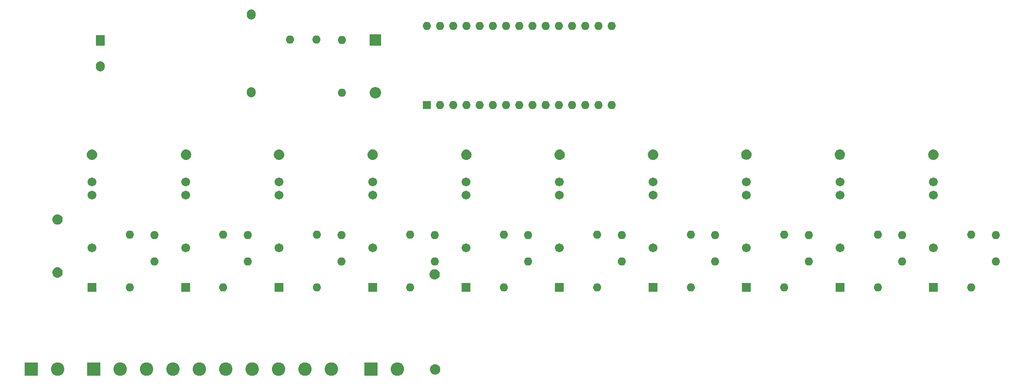
<source format=gbr>
%TF.GenerationSoftware,KiCad,Pcbnew,8.0.7*%
%TF.CreationDate,2025-02-15T17:39:48+06:00*%
%TF.ProjectId,arduino_plc,61726475-696e-46f5-9f70-6c632e6b6963,rev?*%
%TF.SameCoordinates,Original*%
%TF.FileFunction,Soldermask,Bot*%
%TF.FilePolarity,Negative*%
%FSLAX46Y46*%
G04 Gerber Fmt 4.6, Leading zero omitted, Abs format (unit mm)*
G04 Created by KiCad (PCBNEW 8.0.7) date 2025-02-15 17:39:48*
%MOMM*%
%LPD*%
G01*
G04 APERTURE LIST*
G04 Aperture macros list*
%AMRoundRect*
0 Rectangle with rounded corners*
0 $1 Rounding radius*
0 $2 $3 $4 $5 $6 $7 $8 $9 X,Y pos of 4 corners*
0 Add a 4 corners polygon primitive as box body*
4,1,4,$2,$3,$4,$5,$6,$7,$8,$9,$2,$3,0*
0 Add four circle primitives for the rounded corners*
1,1,$1+$1,$2,$3*
1,1,$1+$1,$4,$5*
1,1,$1+$1,$6,$7*
1,1,$1+$1,$8,$9*
0 Add four rect primitives between the rounded corners*
20,1,$1+$1,$2,$3,$4,$5,0*
20,1,$1+$1,$4,$5,$6,$7,0*
20,1,$1+$1,$6,$7,$8,$9,0*
20,1,$1+$1,$8,$9,$2,$3,0*%
G04 Aperture macros list end*
%ADD10R,1.600000X1.600000*%
%ADD11O,1.600000X1.600000*%
%ADD12RoundRect,0.102000X-0.754000X0.754000X-0.754000X-0.754000X0.754000X-0.754000X0.754000X0.754000X0*%
%ADD13C,1.712000*%
%ADD14R,1.700000X2.000000*%
%ADD15O,1.700000X2.000000*%
%ADD16R,2.600000X2.600000*%
%ADD17C,2.600000*%
%ADD18R,2.200000X2.200000*%
%ADD19O,2.200000X2.200000*%
G04 APERTURE END LIST*
D10*
%TO.C,A1*%
X144152500Y-63842500D03*
D11*
X146692500Y-63842500D03*
X149232500Y-63842500D03*
X151772500Y-63842500D03*
X154312500Y-63842500D03*
X156852500Y-63842500D03*
X159392500Y-63842500D03*
X161932500Y-63842500D03*
X164472500Y-63842500D03*
X167012500Y-63842500D03*
X169552500Y-63842500D03*
X172092500Y-63842500D03*
X174632500Y-63842500D03*
X177172500Y-63842500D03*
X179712500Y-63842500D03*
X179712500Y-48602500D03*
X177172500Y-48602500D03*
X174632500Y-48602500D03*
X172092500Y-48602500D03*
X169552500Y-48602500D03*
X167012500Y-48602500D03*
X164472500Y-48602500D03*
X161932500Y-48602500D03*
X159392500Y-48602500D03*
X156852500Y-48602500D03*
X154312500Y-48602500D03*
X151772500Y-48602500D03*
X149232500Y-48602500D03*
X146692500Y-48602500D03*
X144152500Y-48602500D03*
%TD*%
D12*
%TO.C,K5*%
X151699164Y-98940000D03*
D13*
X151699164Y-91320000D03*
X151699164Y-81160000D03*
X151699164Y-78620000D03*
%TD*%
D12*
%TO.C,K6*%
X169685830Y-98940000D03*
D13*
X169685830Y-91320000D03*
X169685830Y-81160000D03*
X169685830Y-78620000D03*
%TD*%
D14*
%TO.C,PS1*%
X81345000Y-51372500D03*
D15*
X81345000Y-56372500D03*
X110425000Y-46372500D03*
X110425000Y-61372500D03*
%TD*%
D11*
%TO.C,U9*%
X217636662Y-93950000D03*
X217636662Y-88870000D03*
%TD*%
D12*
%TO.C,K8*%
X205659162Y-98940000D03*
D13*
X205659162Y-91320000D03*
X205659162Y-81160000D03*
X205659162Y-78620000D03*
%TD*%
D12*
%TO.C,K10*%
X241632500Y-98940000D03*
D13*
X241632500Y-91320000D03*
X241632500Y-81160000D03*
X241632500Y-78620000D03*
%TD*%
D11*
%TO.C,R7*%
X176953329Y-98920000D03*
X176953329Y-88760000D03*
%TD*%
%TO.C,U4*%
X127703332Y-93950000D03*
X127703332Y-88870000D03*
%TD*%
D12*
%TO.C,K9*%
X223645828Y-98940000D03*
D13*
X223645828Y-91320000D03*
X223645828Y-81160000D03*
X223645828Y-78620000D03*
%TD*%
D11*
%TO.C,U11*%
X253610000Y-93950000D03*
X253610000Y-88870000D03*
%TD*%
D16*
%TO.C,REF\u002A\u002A*%
X133432500Y-114710000D03*
D17*
X138512500Y-114710000D03*
%TD*%
D11*
%TO.C,R2*%
X87020000Y-98920000D03*
X87020000Y-88760000D03*
%TD*%
%TO.C,U3*%
X109716666Y-93950000D03*
X109716666Y-88870000D03*
%TD*%
%TO.C,U1*%
X117852500Y-51190000D03*
X122932500Y-51190000D03*
%TD*%
D12*
%TO.C,K2*%
X97739166Y-98940000D03*
D13*
X97739166Y-91320000D03*
X97739166Y-81160000D03*
X97739166Y-78620000D03*
%TD*%
D12*
%TO.C,K3*%
X115725832Y-98940000D03*
D13*
X115725832Y-91320000D03*
X115725832Y-81160000D03*
X115725832Y-78620000D03*
%TD*%
D11*
%TO.C,R9*%
X212926661Y-98920000D03*
X212926661Y-88760000D03*
%TD*%
%TO.C,U2*%
X91730000Y-93950000D03*
X91730000Y-88870000D03*
%TD*%
%TO.C,R4*%
X122993331Y-98920000D03*
X122993331Y-88760000D03*
%TD*%
D16*
%TO.C,REF\u002A\u002A*%
X80072500Y-114710000D03*
D17*
X85152500Y-114710000D03*
X90232500Y-114710000D03*
X95312500Y-114710000D03*
X100392500Y-114710000D03*
X105472500Y-114710000D03*
X110552500Y-114710000D03*
X115632500Y-114710000D03*
X120712500Y-114710000D03*
X125792500Y-114710000D03*
%TD*%
D11*
%TO.C,R1*%
X127832500Y-61425000D03*
X127832500Y-51265000D03*
%TD*%
D12*
%TO.C,K4*%
X133712498Y-98940000D03*
D13*
X133712498Y-91320000D03*
X133712498Y-81160000D03*
X133712498Y-78620000D03*
%TD*%
D11*
%TO.C,R8*%
X194939995Y-98920000D03*
X194939995Y-88760000D03*
%TD*%
D12*
%TO.C,K1*%
X79752500Y-98940000D03*
D13*
X79752500Y-91320000D03*
X79752500Y-81160000D03*
X79752500Y-78620000D03*
%TD*%
D11*
%TO.C,U7*%
X181663330Y-93950000D03*
X181663330Y-88870000D03*
%TD*%
%TO.C,R5*%
X140979997Y-98920000D03*
X140979997Y-88760000D03*
%TD*%
D12*
%TO.C,K7*%
X187672496Y-98940000D03*
D13*
X187672496Y-91320000D03*
X187672496Y-81160000D03*
X187672496Y-78620000D03*
%TD*%
D11*
%TO.C,U8*%
X199649996Y-93950000D03*
X199649996Y-88870000D03*
%TD*%
D16*
%TO.C,REF\u002A\u002A*%
X68032500Y-114710000D03*
D17*
X73112500Y-114710000D03*
%TD*%
D11*
%TO.C,U6*%
X163676664Y-93950000D03*
X163676664Y-88870000D03*
%TD*%
D18*
%TO.C,D1*%
X134272500Y-51310000D03*
D19*
X134272500Y-61470000D03*
%TD*%
D11*
%TO.C,R11*%
X248899999Y-98920000D03*
X248899999Y-88760000D03*
%TD*%
%TO.C,U5*%
X145689998Y-93950000D03*
X145689998Y-88870000D03*
%TD*%
%TO.C,R6*%
X158966663Y-98920000D03*
X158966663Y-88760000D03*
%TD*%
%TO.C,R3*%
X105006665Y-98920000D03*
X105006665Y-88760000D03*
%TD*%
%TO.C,R10*%
X230913327Y-98920000D03*
X230913327Y-88760000D03*
%TD*%
%TO.C,U10*%
X235623328Y-93950000D03*
X235623328Y-88870000D03*
%TD*%
G36*
X73285434Y-84888017D02*
G01*
X73309275Y-84892759D01*
X73473498Y-84942575D01*
X73495956Y-84951878D01*
X73647298Y-85032772D01*
X73667510Y-85046277D01*
X73800166Y-85155145D01*
X73817354Y-85172333D01*
X73926222Y-85304989D01*
X73939727Y-85325201D01*
X74020621Y-85476543D01*
X74029924Y-85499001D01*
X74079740Y-85663224D01*
X74084482Y-85687065D01*
X74101302Y-85857846D01*
X74101302Y-85882154D01*
X74084482Y-86052934D01*
X74079740Y-86076775D01*
X74029924Y-86240998D01*
X74020621Y-86263456D01*
X73939727Y-86414798D01*
X73926222Y-86435010D01*
X73817354Y-86567666D01*
X73800166Y-86584854D01*
X73667510Y-86693722D01*
X73647298Y-86707227D01*
X73495956Y-86788121D01*
X73473498Y-86797424D01*
X73309275Y-86847240D01*
X73285434Y-86851982D01*
X73114654Y-86868802D01*
X73090346Y-86868802D01*
X72919565Y-86851982D01*
X72895724Y-86847240D01*
X72731501Y-86797424D01*
X72709043Y-86788121D01*
X72557701Y-86707227D01*
X72537489Y-86693722D01*
X72404833Y-86584854D01*
X72387645Y-86567666D01*
X72278777Y-86435010D01*
X72265272Y-86414798D01*
X72184378Y-86263456D01*
X72175075Y-86240998D01*
X72125259Y-86076775D01*
X72120517Y-86052934D01*
X72103697Y-85882154D01*
X72103697Y-85857846D01*
X72120517Y-85687065D01*
X72125259Y-85663224D01*
X72175075Y-85499001D01*
X72184378Y-85476543D01*
X72265272Y-85325201D01*
X72278777Y-85304989D01*
X72387645Y-85172333D01*
X72404833Y-85155145D01*
X72537489Y-85046277D01*
X72557701Y-85032772D01*
X72709043Y-84951878D01*
X72731501Y-84942575D01*
X72895724Y-84892759D01*
X72919565Y-84888017D01*
X73090346Y-84871197D01*
X73114654Y-84871197D01*
X73285434Y-84888017D01*
G37*
G36*
X98025434Y-72388017D02*
G01*
X98049275Y-72392759D01*
X98213498Y-72442575D01*
X98235956Y-72451878D01*
X98387298Y-72532772D01*
X98407510Y-72546277D01*
X98540166Y-72655145D01*
X98557354Y-72672333D01*
X98666222Y-72804989D01*
X98679727Y-72825201D01*
X98760621Y-72976543D01*
X98769924Y-72999001D01*
X98819740Y-73163224D01*
X98824482Y-73187065D01*
X98841302Y-73357846D01*
X98841302Y-73382154D01*
X98824482Y-73552934D01*
X98819740Y-73576775D01*
X98769924Y-73740998D01*
X98760621Y-73763456D01*
X98679727Y-73914798D01*
X98666222Y-73935010D01*
X98557354Y-74067666D01*
X98540166Y-74084854D01*
X98407510Y-74193722D01*
X98387298Y-74207227D01*
X98235956Y-74288121D01*
X98213498Y-74297424D01*
X98049275Y-74347240D01*
X98025434Y-74351982D01*
X97854654Y-74368802D01*
X97830346Y-74368802D01*
X97659565Y-74351982D01*
X97635724Y-74347240D01*
X97471501Y-74297424D01*
X97449043Y-74288121D01*
X97297701Y-74207227D01*
X97277489Y-74193722D01*
X97144833Y-74084854D01*
X97127645Y-74067666D01*
X97018777Y-73935010D01*
X97005272Y-73914798D01*
X96924378Y-73763456D01*
X96915075Y-73740998D01*
X96865259Y-73576775D01*
X96860517Y-73552934D01*
X96843697Y-73382154D01*
X96843697Y-73357846D01*
X96860517Y-73187065D01*
X96865259Y-73163224D01*
X96915075Y-72999001D01*
X96924378Y-72976543D01*
X97005272Y-72825201D01*
X97018777Y-72804989D01*
X97127645Y-72672333D01*
X97144833Y-72655145D01*
X97277489Y-72546277D01*
X97297701Y-72532772D01*
X97449043Y-72451878D01*
X97471501Y-72442575D01*
X97635724Y-72392759D01*
X97659565Y-72388017D01*
X97830346Y-72371197D01*
X97854654Y-72371197D01*
X98025434Y-72388017D01*
G37*
G36*
X115905434Y-72388017D02*
G01*
X115929275Y-72392759D01*
X116093498Y-72442575D01*
X116115956Y-72451878D01*
X116267298Y-72532772D01*
X116287510Y-72546277D01*
X116420166Y-72655145D01*
X116437354Y-72672333D01*
X116546222Y-72804989D01*
X116559727Y-72825201D01*
X116640621Y-72976543D01*
X116649924Y-72999001D01*
X116699740Y-73163224D01*
X116704482Y-73187065D01*
X116721302Y-73357846D01*
X116721302Y-73382154D01*
X116704482Y-73552934D01*
X116699740Y-73576775D01*
X116649924Y-73740998D01*
X116640621Y-73763456D01*
X116559727Y-73914798D01*
X116546222Y-73935010D01*
X116437354Y-74067666D01*
X116420166Y-74084854D01*
X116287510Y-74193722D01*
X116267298Y-74207227D01*
X116115956Y-74288121D01*
X116093498Y-74297424D01*
X115929275Y-74347240D01*
X115905434Y-74351982D01*
X115734654Y-74368802D01*
X115710346Y-74368802D01*
X115539565Y-74351982D01*
X115515724Y-74347240D01*
X115351501Y-74297424D01*
X115329043Y-74288121D01*
X115177701Y-74207227D01*
X115157489Y-74193722D01*
X115024833Y-74084854D01*
X115007645Y-74067666D01*
X114898777Y-73935010D01*
X114885272Y-73914798D01*
X114804378Y-73763456D01*
X114795075Y-73740998D01*
X114745259Y-73576775D01*
X114740517Y-73552934D01*
X114723697Y-73382154D01*
X114723697Y-73357846D01*
X114740517Y-73187065D01*
X114745259Y-73163224D01*
X114795075Y-72999001D01*
X114804378Y-72976543D01*
X114885272Y-72825201D01*
X114898777Y-72804989D01*
X115007645Y-72672333D01*
X115024833Y-72655145D01*
X115157489Y-72546277D01*
X115177701Y-72532772D01*
X115329043Y-72451878D01*
X115351501Y-72442575D01*
X115515724Y-72392759D01*
X115539565Y-72388017D01*
X115710346Y-72371197D01*
X115734654Y-72371197D01*
X115905434Y-72388017D01*
G37*
G36*
X133925434Y-72388017D02*
G01*
X133949275Y-72392759D01*
X134113498Y-72442575D01*
X134135956Y-72451878D01*
X134287298Y-72532772D01*
X134307510Y-72546277D01*
X134440166Y-72655145D01*
X134457354Y-72672333D01*
X134566222Y-72804989D01*
X134579727Y-72825201D01*
X134660621Y-72976543D01*
X134669924Y-72999001D01*
X134719740Y-73163224D01*
X134724482Y-73187065D01*
X134741302Y-73357846D01*
X134741302Y-73382154D01*
X134724482Y-73552934D01*
X134719740Y-73576775D01*
X134669924Y-73740998D01*
X134660621Y-73763456D01*
X134579727Y-73914798D01*
X134566222Y-73935010D01*
X134457354Y-74067666D01*
X134440166Y-74084854D01*
X134307510Y-74193722D01*
X134287298Y-74207227D01*
X134135956Y-74288121D01*
X134113498Y-74297424D01*
X133949275Y-74347240D01*
X133925434Y-74351982D01*
X133754654Y-74368802D01*
X133730346Y-74368802D01*
X133559565Y-74351982D01*
X133535724Y-74347240D01*
X133371501Y-74297424D01*
X133349043Y-74288121D01*
X133197701Y-74207227D01*
X133177489Y-74193722D01*
X133044833Y-74084854D01*
X133027645Y-74067666D01*
X132918777Y-73935010D01*
X132905272Y-73914798D01*
X132824378Y-73763456D01*
X132815075Y-73740998D01*
X132765259Y-73576775D01*
X132760517Y-73552934D01*
X132743697Y-73382154D01*
X132743697Y-73357846D01*
X132760517Y-73187065D01*
X132765259Y-73163224D01*
X132815075Y-72999001D01*
X132824378Y-72976543D01*
X132905272Y-72825201D01*
X132918777Y-72804989D01*
X133027645Y-72672333D01*
X133044833Y-72655145D01*
X133177489Y-72546277D01*
X133197701Y-72532772D01*
X133349043Y-72451878D01*
X133371501Y-72442575D01*
X133535724Y-72392759D01*
X133559565Y-72388017D01*
X133730346Y-72371197D01*
X133754654Y-72371197D01*
X133925434Y-72388017D01*
G37*
G36*
X151945434Y-72388017D02*
G01*
X151969275Y-72392759D01*
X152133498Y-72442575D01*
X152155956Y-72451878D01*
X152307298Y-72532772D01*
X152327510Y-72546277D01*
X152460166Y-72655145D01*
X152477354Y-72672333D01*
X152586222Y-72804989D01*
X152599727Y-72825201D01*
X152680621Y-72976543D01*
X152689924Y-72999001D01*
X152739740Y-73163224D01*
X152744482Y-73187065D01*
X152761302Y-73357846D01*
X152761302Y-73382154D01*
X152744482Y-73552934D01*
X152739740Y-73576775D01*
X152689924Y-73740998D01*
X152680621Y-73763456D01*
X152599727Y-73914798D01*
X152586222Y-73935010D01*
X152477354Y-74067666D01*
X152460166Y-74084854D01*
X152327510Y-74193722D01*
X152307298Y-74207227D01*
X152155956Y-74288121D01*
X152133498Y-74297424D01*
X151969275Y-74347240D01*
X151945434Y-74351982D01*
X151774654Y-74368802D01*
X151750346Y-74368802D01*
X151579565Y-74351982D01*
X151555724Y-74347240D01*
X151391501Y-74297424D01*
X151369043Y-74288121D01*
X151217701Y-74207227D01*
X151197489Y-74193722D01*
X151064833Y-74084854D01*
X151047645Y-74067666D01*
X150938777Y-73935010D01*
X150925272Y-73914798D01*
X150844378Y-73763456D01*
X150835075Y-73740998D01*
X150785259Y-73576775D01*
X150780517Y-73552934D01*
X150763697Y-73382154D01*
X150763697Y-73357846D01*
X150780517Y-73187065D01*
X150785259Y-73163224D01*
X150835075Y-72999001D01*
X150844378Y-72976543D01*
X150925272Y-72825201D01*
X150938777Y-72804989D01*
X151047645Y-72672333D01*
X151064833Y-72655145D01*
X151197489Y-72546277D01*
X151217701Y-72532772D01*
X151369043Y-72451878D01*
X151391501Y-72442575D01*
X151555724Y-72392759D01*
X151579565Y-72388017D01*
X151750346Y-72371197D01*
X151774654Y-72371197D01*
X151945434Y-72388017D01*
G37*
G36*
X223805434Y-72378017D02*
G01*
X223829275Y-72382759D01*
X223993498Y-72432575D01*
X224015956Y-72441878D01*
X224167298Y-72522772D01*
X224187510Y-72536277D01*
X224320166Y-72645145D01*
X224337354Y-72662333D01*
X224446222Y-72794989D01*
X224459727Y-72815201D01*
X224540621Y-72966543D01*
X224549924Y-72989001D01*
X224599740Y-73153224D01*
X224604482Y-73177065D01*
X224621302Y-73347846D01*
X224621302Y-73372154D01*
X224604482Y-73542934D01*
X224599740Y-73566775D01*
X224549924Y-73730998D01*
X224540621Y-73753456D01*
X224459727Y-73904798D01*
X224446222Y-73925010D01*
X224337354Y-74057666D01*
X224320166Y-74074854D01*
X224187510Y-74183722D01*
X224167298Y-74197227D01*
X224015956Y-74278121D01*
X223993498Y-74287424D01*
X223829275Y-74337240D01*
X223805434Y-74341982D01*
X223634654Y-74358802D01*
X223610346Y-74358802D01*
X223439565Y-74341982D01*
X223415724Y-74337240D01*
X223251501Y-74287424D01*
X223229043Y-74278121D01*
X223077701Y-74197227D01*
X223057489Y-74183722D01*
X222924833Y-74074854D01*
X222907645Y-74057666D01*
X222798777Y-73925010D01*
X222785272Y-73904798D01*
X222704378Y-73753456D01*
X222695075Y-73730998D01*
X222645259Y-73566775D01*
X222640517Y-73542934D01*
X222623697Y-73372154D01*
X222623697Y-73347846D01*
X222640517Y-73177065D01*
X222645259Y-73153224D01*
X222695075Y-72989001D01*
X222704378Y-72966543D01*
X222785272Y-72815201D01*
X222798777Y-72794989D01*
X222907645Y-72662333D01*
X222924833Y-72645145D01*
X223057489Y-72536277D01*
X223077701Y-72522772D01*
X223229043Y-72441878D01*
X223251501Y-72432575D01*
X223415724Y-72382759D01*
X223439565Y-72378017D01*
X223610346Y-72361197D01*
X223634654Y-72361197D01*
X223805434Y-72378017D01*
G37*
G36*
X145845434Y-95448017D02*
G01*
X145869275Y-95452759D01*
X146033498Y-95502575D01*
X146055956Y-95511878D01*
X146207298Y-95592772D01*
X146227510Y-95606277D01*
X146360166Y-95715145D01*
X146377354Y-95732333D01*
X146486222Y-95864989D01*
X146499727Y-95885201D01*
X146580621Y-96036543D01*
X146589924Y-96059001D01*
X146639740Y-96223224D01*
X146644482Y-96247065D01*
X146661302Y-96417846D01*
X146661302Y-96442154D01*
X146644482Y-96612934D01*
X146639740Y-96636775D01*
X146589924Y-96800998D01*
X146580621Y-96823456D01*
X146499727Y-96974798D01*
X146486222Y-96995010D01*
X146377354Y-97127666D01*
X146360166Y-97144854D01*
X146227510Y-97253722D01*
X146207298Y-97267227D01*
X146055956Y-97348121D01*
X146033498Y-97357424D01*
X145869275Y-97407240D01*
X145845434Y-97411982D01*
X145674654Y-97428802D01*
X145650346Y-97428802D01*
X145479565Y-97411982D01*
X145455724Y-97407240D01*
X145291501Y-97357424D01*
X145269043Y-97348121D01*
X145117701Y-97267227D01*
X145097489Y-97253722D01*
X144964833Y-97144854D01*
X144947645Y-97127666D01*
X144838777Y-96995010D01*
X144825272Y-96974798D01*
X144744378Y-96823456D01*
X144735075Y-96800998D01*
X144685259Y-96636775D01*
X144680517Y-96612934D01*
X144663697Y-96442154D01*
X144663697Y-96417846D01*
X144680517Y-96247065D01*
X144685259Y-96223224D01*
X144735075Y-96059001D01*
X144744378Y-96036543D01*
X144825272Y-95885201D01*
X144838777Y-95864989D01*
X144947645Y-95732333D01*
X144964833Y-95715145D01*
X145097489Y-95606277D01*
X145117701Y-95592772D01*
X145269043Y-95511878D01*
X145291501Y-95502575D01*
X145455724Y-95452759D01*
X145479565Y-95448017D01*
X145650346Y-95431197D01*
X145674654Y-95431197D01*
X145845434Y-95448017D01*
G37*
G36*
X187875434Y-72388017D02*
G01*
X187899275Y-72392759D01*
X188063498Y-72442575D01*
X188085956Y-72451878D01*
X188237298Y-72532772D01*
X188257510Y-72546277D01*
X188390166Y-72655145D01*
X188407354Y-72672333D01*
X188516222Y-72804989D01*
X188529727Y-72825201D01*
X188610621Y-72976543D01*
X188619924Y-72999001D01*
X188669740Y-73163224D01*
X188674482Y-73187065D01*
X188691302Y-73357846D01*
X188691302Y-73382154D01*
X188674482Y-73552934D01*
X188669740Y-73576775D01*
X188619924Y-73740998D01*
X188610621Y-73763456D01*
X188529727Y-73914798D01*
X188516222Y-73935010D01*
X188407354Y-74067666D01*
X188390166Y-74084854D01*
X188257510Y-74193722D01*
X188237298Y-74207227D01*
X188085956Y-74288121D01*
X188063498Y-74297424D01*
X187899275Y-74347240D01*
X187875434Y-74351982D01*
X187704654Y-74368802D01*
X187680346Y-74368802D01*
X187509565Y-74351982D01*
X187485724Y-74347240D01*
X187321501Y-74297424D01*
X187299043Y-74288121D01*
X187147701Y-74207227D01*
X187127489Y-74193722D01*
X186994833Y-74084854D01*
X186977645Y-74067666D01*
X186868777Y-73935010D01*
X186855272Y-73914798D01*
X186774378Y-73763456D01*
X186765075Y-73740998D01*
X186715259Y-73576775D01*
X186710517Y-73552934D01*
X186693697Y-73382154D01*
X186693697Y-73357846D01*
X186710517Y-73187065D01*
X186715259Y-73163224D01*
X186765075Y-72999001D01*
X186774378Y-72976543D01*
X186855272Y-72825201D01*
X186868777Y-72804989D01*
X186977645Y-72672333D01*
X186994833Y-72655145D01*
X187127489Y-72546277D01*
X187147701Y-72532772D01*
X187299043Y-72451878D01*
X187321501Y-72442575D01*
X187485724Y-72392759D01*
X187509565Y-72388017D01*
X187680346Y-72371197D01*
X187704654Y-72371197D01*
X187875434Y-72388017D01*
G37*
G36*
X145945434Y-113768017D02*
G01*
X145969275Y-113772759D01*
X146133498Y-113822575D01*
X146155956Y-113831878D01*
X146307298Y-113912772D01*
X146327510Y-113926277D01*
X146460166Y-114035145D01*
X146477354Y-114052333D01*
X146586222Y-114184989D01*
X146599727Y-114205201D01*
X146680621Y-114356543D01*
X146689924Y-114379001D01*
X146739740Y-114543224D01*
X146744482Y-114567065D01*
X146761302Y-114737846D01*
X146761302Y-114762154D01*
X146744482Y-114932934D01*
X146739740Y-114956775D01*
X146689924Y-115120998D01*
X146680621Y-115143456D01*
X146599727Y-115294798D01*
X146586222Y-115315010D01*
X146477354Y-115447666D01*
X146460166Y-115464854D01*
X146327510Y-115573722D01*
X146307298Y-115587227D01*
X146155956Y-115668121D01*
X146133498Y-115677424D01*
X145969275Y-115727240D01*
X145945434Y-115731982D01*
X145774654Y-115748802D01*
X145750346Y-115748802D01*
X145579565Y-115731982D01*
X145555724Y-115727240D01*
X145391501Y-115677424D01*
X145369043Y-115668121D01*
X145217701Y-115587227D01*
X145197489Y-115573722D01*
X145064833Y-115464854D01*
X145047645Y-115447666D01*
X144938777Y-115315010D01*
X144925272Y-115294798D01*
X144844378Y-115143456D01*
X144835075Y-115120998D01*
X144785259Y-114956775D01*
X144780517Y-114932934D01*
X144763697Y-114762154D01*
X144763697Y-114737846D01*
X144780517Y-114567065D01*
X144785259Y-114543224D01*
X144835075Y-114379001D01*
X144844378Y-114356543D01*
X144925272Y-114205201D01*
X144938777Y-114184989D01*
X145047645Y-114052333D01*
X145064833Y-114035145D01*
X145197489Y-113926277D01*
X145217701Y-113912772D01*
X145369043Y-113831878D01*
X145391501Y-113822575D01*
X145555724Y-113772759D01*
X145579565Y-113768017D01*
X145750346Y-113751197D01*
X145774654Y-113751197D01*
X145945434Y-113768017D01*
G37*
G36*
X79917934Y-72388017D02*
G01*
X79941775Y-72392759D01*
X80105998Y-72442575D01*
X80128456Y-72451878D01*
X80279798Y-72532772D01*
X80300010Y-72546277D01*
X80432666Y-72655145D01*
X80449854Y-72672333D01*
X80558722Y-72804989D01*
X80572227Y-72825201D01*
X80653121Y-72976543D01*
X80662424Y-72999001D01*
X80712240Y-73163224D01*
X80716982Y-73187065D01*
X80733802Y-73357846D01*
X80733802Y-73382154D01*
X80716982Y-73552934D01*
X80712240Y-73576775D01*
X80662424Y-73740998D01*
X80653121Y-73763456D01*
X80572227Y-73914798D01*
X80558722Y-73935010D01*
X80449854Y-74067666D01*
X80432666Y-74084854D01*
X80300010Y-74193722D01*
X80279798Y-74207227D01*
X80128456Y-74288121D01*
X80105998Y-74297424D01*
X79941775Y-74347240D01*
X79917934Y-74351982D01*
X79747154Y-74368802D01*
X79722846Y-74368802D01*
X79552065Y-74351982D01*
X79528224Y-74347240D01*
X79364001Y-74297424D01*
X79341543Y-74288121D01*
X79190201Y-74207227D01*
X79169989Y-74193722D01*
X79037333Y-74084854D01*
X79020145Y-74067666D01*
X78911277Y-73935010D01*
X78897772Y-73914798D01*
X78816878Y-73763456D01*
X78807575Y-73740998D01*
X78757759Y-73576775D01*
X78753017Y-73552934D01*
X78736197Y-73382154D01*
X78736197Y-73357846D01*
X78753017Y-73187065D01*
X78757759Y-73163224D01*
X78807575Y-72999001D01*
X78816878Y-72976543D01*
X78897772Y-72825201D01*
X78911277Y-72804989D01*
X79020145Y-72672333D01*
X79037333Y-72655145D01*
X79169989Y-72546277D01*
X79190201Y-72532772D01*
X79341543Y-72451878D01*
X79364001Y-72442575D01*
X79528224Y-72392759D01*
X79552065Y-72388017D01*
X79722846Y-72371197D01*
X79747154Y-72371197D01*
X79917934Y-72388017D01*
G37*
G36*
X205835434Y-72378017D02*
G01*
X205859275Y-72382759D01*
X206023498Y-72432575D01*
X206045956Y-72441878D01*
X206197298Y-72522772D01*
X206217510Y-72536277D01*
X206350166Y-72645145D01*
X206367354Y-72662333D01*
X206476222Y-72794989D01*
X206489727Y-72815201D01*
X206570621Y-72966543D01*
X206579924Y-72989001D01*
X206629740Y-73153224D01*
X206634482Y-73177065D01*
X206651302Y-73347846D01*
X206651302Y-73372154D01*
X206634482Y-73542934D01*
X206629740Y-73566775D01*
X206579924Y-73730998D01*
X206570621Y-73753456D01*
X206489727Y-73904798D01*
X206476222Y-73925010D01*
X206367354Y-74057666D01*
X206350166Y-74074854D01*
X206217510Y-74183722D01*
X206197298Y-74197227D01*
X206045956Y-74278121D01*
X206023498Y-74287424D01*
X205859275Y-74337240D01*
X205835434Y-74341982D01*
X205664654Y-74358802D01*
X205640346Y-74358802D01*
X205469565Y-74341982D01*
X205445724Y-74337240D01*
X205281501Y-74287424D01*
X205259043Y-74278121D01*
X205107701Y-74197227D01*
X205087489Y-74183722D01*
X204954833Y-74074854D01*
X204937645Y-74057666D01*
X204828777Y-73925010D01*
X204815272Y-73904798D01*
X204734378Y-73753456D01*
X204725075Y-73730998D01*
X204675259Y-73566775D01*
X204670517Y-73542934D01*
X204653697Y-73372154D01*
X204653697Y-73347846D01*
X204670517Y-73177065D01*
X204675259Y-73153224D01*
X204725075Y-72989001D01*
X204734378Y-72966543D01*
X204815272Y-72815201D01*
X204828777Y-72794989D01*
X204937645Y-72662333D01*
X204954833Y-72645145D01*
X205087489Y-72536277D01*
X205107701Y-72522772D01*
X205259043Y-72441878D01*
X205281501Y-72432575D01*
X205445724Y-72382759D01*
X205469565Y-72378017D01*
X205640346Y-72361197D01*
X205664654Y-72361197D01*
X205835434Y-72378017D01*
G37*
G36*
X241805434Y-72388017D02*
G01*
X241829275Y-72392759D01*
X241993498Y-72442575D01*
X242015956Y-72451878D01*
X242167298Y-72532772D01*
X242187510Y-72546277D01*
X242320166Y-72655145D01*
X242337354Y-72672333D01*
X242446222Y-72804989D01*
X242459727Y-72825201D01*
X242540621Y-72976543D01*
X242549924Y-72999001D01*
X242599740Y-73163224D01*
X242604482Y-73187065D01*
X242621302Y-73357846D01*
X242621302Y-73382154D01*
X242604482Y-73552934D01*
X242599740Y-73576775D01*
X242549924Y-73740998D01*
X242540621Y-73763456D01*
X242459727Y-73914798D01*
X242446222Y-73935010D01*
X242337354Y-74067666D01*
X242320166Y-74084854D01*
X242187510Y-74193722D01*
X242167298Y-74207227D01*
X242015956Y-74288121D01*
X241993498Y-74297424D01*
X241829275Y-74347240D01*
X241805434Y-74351982D01*
X241634654Y-74368802D01*
X241610346Y-74368802D01*
X241439565Y-74351982D01*
X241415724Y-74347240D01*
X241251501Y-74297424D01*
X241229043Y-74288121D01*
X241077701Y-74207227D01*
X241057489Y-74193722D01*
X240924833Y-74084854D01*
X240907645Y-74067666D01*
X240798777Y-73935010D01*
X240785272Y-73914798D01*
X240704378Y-73763456D01*
X240695075Y-73740998D01*
X240645259Y-73576775D01*
X240640517Y-73552934D01*
X240623697Y-73382154D01*
X240623697Y-73357846D01*
X240640517Y-73187065D01*
X240645259Y-73163224D01*
X240695075Y-72999001D01*
X240704378Y-72976543D01*
X240785272Y-72825201D01*
X240798777Y-72804989D01*
X240907645Y-72672333D01*
X240924833Y-72655145D01*
X241057489Y-72546277D01*
X241077701Y-72532772D01*
X241229043Y-72451878D01*
X241251501Y-72442575D01*
X241415724Y-72392759D01*
X241439565Y-72388017D01*
X241610346Y-72371197D01*
X241634654Y-72371197D01*
X241805434Y-72388017D01*
G37*
G36*
X73285434Y-95078017D02*
G01*
X73309275Y-95082759D01*
X73473498Y-95132575D01*
X73495956Y-95141878D01*
X73647298Y-95222772D01*
X73667510Y-95236277D01*
X73800166Y-95345145D01*
X73817354Y-95362333D01*
X73926222Y-95494989D01*
X73939727Y-95515201D01*
X74020621Y-95666543D01*
X74029924Y-95689001D01*
X74079740Y-95853224D01*
X74084482Y-95877065D01*
X74101302Y-96047846D01*
X74101302Y-96072154D01*
X74084482Y-96242934D01*
X74079740Y-96266775D01*
X74029924Y-96430998D01*
X74020621Y-96453456D01*
X73939727Y-96604798D01*
X73926222Y-96625010D01*
X73817354Y-96757666D01*
X73800166Y-96774854D01*
X73667510Y-96883722D01*
X73647298Y-96897227D01*
X73495956Y-96978121D01*
X73473498Y-96987424D01*
X73309275Y-97037240D01*
X73285434Y-97041982D01*
X73114654Y-97058802D01*
X73090346Y-97058802D01*
X72919565Y-97041982D01*
X72895724Y-97037240D01*
X72731501Y-96987424D01*
X72709043Y-96978121D01*
X72557701Y-96897227D01*
X72537489Y-96883722D01*
X72404833Y-96774854D01*
X72387645Y-96757666D01*
X72278777Y-96625010D01*
X72265272Y-96604798D01*
X72184378Y-96453456D01*
X72175075Y-96430998D01*
X72125259Y-96266775D01*
X72120517Y-96242934D01*
X72103697Y-96072154D01*
X72103697Y-96047846D01*
X72120517Y-95877065D01*
X72125259Y-95853224D01*
X72175075Y-95689001D01*
X72184378Y-95666543D01*
X72265272Y-95515201D01*
X72278777Y-95494989D01*
X72387645Y-95362333D01*
X72404833Y-95345145D01*
X72537489Y-95236277D01*
X72557701Y-95222772D01*
X72709043Y-95141878D01*
X72731501Y-95132575D01*
X72895724Y-95082759D01*
X72919565Y-95078017D01*
X73090346Y-95061197D01*
X73114654Y-95061197D01*
X73285434Y-95078017D01*
G37*
G36*
X169895434Y-72388017D02*
G01*
X169919275Y-72392759D01*
X170083498Y-72442575D01*
X170105956Y-72451878D01*
X170257298Y-72532772D01*
X170277510Y-72546277D01*
X170410166Y-72655145D01*
X170427354Y-72672333D01*
X170536222Y-72804989D01*
X170549727Y-72825201D01*
X170630621Y-72976543D01*
X170639924Y-72999001D01*
X170689740Y-73163224D01*
X170694482Y-73187065D01*
X170711302Y-73357846D01*
X170711302Y-73382154D01*
X170694482Y-73552934D01*
X170689740Y-73576775D01*
X170639924Y-73740998D01*
X170630621Y-73763456D01*
X170549727Y-73914798D01*
X170536222Y-73935010D01*
X170427354Y-74067666D01*
X170410166Y-74084854D01*
X170277510Y-74193722D01*
X170257298Y-74207227D01*
X170105956Y-74288121D01*
X170083498Y-74297424D01*
X169919275Y-74347240D01*
X169895434Y-74351982D01*
X169724654Y-74368802D01*
X169700346Y-74368802D01*
X169529565Y-74351982D01*
X169505724Y-74347240D01*
X169341501Y-74297424D01*
X169319043Y-74288121D01*
X169167701Y-74207227D01*
X169147489Y-74193722D01*
X169014833Y-74084854D01*
X168997645Y-74067666D01*
X168888777Y-73935010D01*
X168875272Y-73914798D01*
X168794378Y-73763456D01*
X168785075Y-73740998D01*
X168735259Y-73576775D01*
X168730517Y-73552934D01*
X168713697Y-73382154D01*
X168713697Y-73357846D01*
X168730517Y-73187065D01*
X168735259Y-73163224D01*
X168785075Y-72999001D01*
X168794378Y-72976543D01*
X168875272Y-72825201D01*
X168888777Y-72804989D01*
X168997645Y-72672333D01*
X169014833Y-72655145D01*
X169147489Y-72546277D01*
X169167701Y-72532772D01*
X169319043Y-72451878D01*
X169341501Y-72442575D01*
X169505724Y-72392759D01*
X169529565Y-72388017D01*
X169700346Y-72371197D01*
X169724654Y-72371197D01*
X169895434Y-72388017D01*
G37*
M02*

</source>
